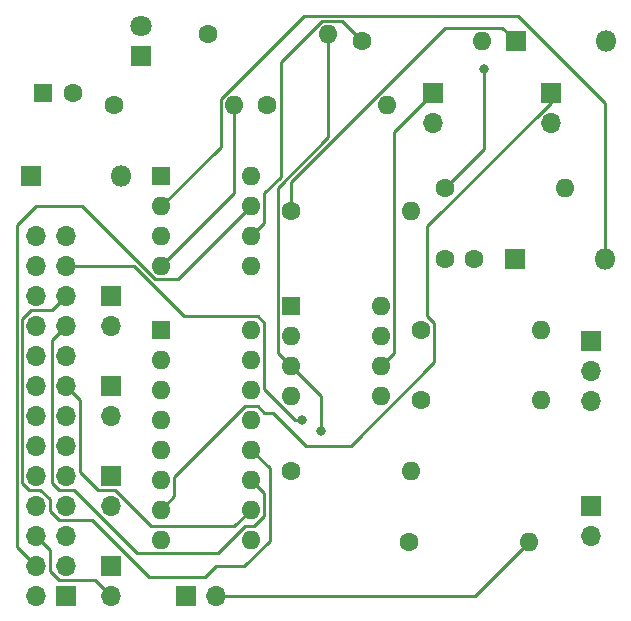
<source format=gbr>
%TF.GenerationSoftware,KiCad,Pcbnew,5.1.10*%
%TF.CreationDate,2021-06-24T22:29:26-07:00*%
%TF.ProjectId,weatherstation,77656174-6865-4727-9374-6174696f6e2e,rev?*%
%TF.SameCoordinates,Original*%
%TF.FileFunction,Copper,L2,Bot*%
%TF.FilePolarity,Positive*%
%FSLAX46Y46*%
G04 Gerber Fmt 4.6, Leading zero omitted, Abs format (unit mm)*
G04 Created by KiCad (PCBNEW 5.1.10) date 2021-06-24 22:29:26*
%MOMM*%
%LPD*%
G01*
G04 APERTURE LIST*
%TA.AperFunction,ComponentPad*%
%ADD10R,1.700000X1.700000*%
%TD*%
%TA.AperFunction,ComponentPad*%
%ADD11O,1.700000X1.700000*%
%TD*%
%TA.AperFunction,ComponentPad*%
%ADD12R,1.600000X1.600000*%
%TD*%
%TA.AperFunction,ComponentPad*%
%ADD13C,1.600000*%
%TD*%
%TA.AperFunction,ComponentPad*%
%ADD14R,1.800000X1.800000*%
%TD*%
%TA.AperFunction,ComponentPad*%
%ADD15O,1.800000X1.800000*%
%TD*%
%TA.AperFunction,ComponentPad*%
%ADD16C,1.800000*%
%TD*%
%TA.AperFunction,ComponentPad*%
%ADD17O,1.600000X1.600000*%
%TD*%
%TA.AperFunction,ViaPad*%
%ADD18C,0.800000*%
%TD*%
%TA.AperFunction,Conductor*%
%ADD19C,0.250000*%
%TD*%
G04 APERTURE END LIST*
D10*
%TO.P,J1,1*%
%TO.N,Net-(J1-Pad1)*%
X121920000Y-115570000D03*
D11*
%TO.P,J1,2*%
%TO.N,+5V*%
X119380000Y-115570000D03*
%TO.P,J1,3*%
%TO.N,Net-(J1-Pad3)*%
X121920000Y-113030000D03*
%TO.P,J1,4*%
%TO.N,+5V*%
X119380000Y-113030000D03*
%TO.P,J1,5*%
%TO.N,Net-(J1-Pad5)*%
X121920000Y-110490000D03*
%TO.P,J1,6*%
%TO.N,GND*%
X119380000Y-110490000D03*
%TO.P,J1,7*%
%TO.N,Net-(J1-Pad7)*%
X121920000Y-107950000D03*
%TO.P,J1,8*%
%TO.N,Net-(J1-Pad8)*%
X119380000Y-107950000D03*
%TO.P,J1,9*%
%TO.N,GND*%
X121920000Y-105410000D03*
%TO.P,J1,10*%
%TO.N,Net-(J1-Pad10)*%
X119380000Y-105410000D03*
%TO.P,J1,11*%
%TO.N,Net-(J1-Pad11)*%
X121920000Y-102870000D03*
%TO.P,J1,12*%
%TO.N,Net-(J1-Pad12)*%
X119380000Y-102870000D03*
%TO.P,J1,13*%
%TO.N,Net-(J1-Pad13)*%
X121920000Y-100330000D03*
%TO.P,J1,14*%
%TO.N,GND*%
X119380000Y-100330000D03*
%TO.P,J1,15*%
%TO.N,/ADC_CS*%
X121920000Y-97790000D03*
%TO.P,J1,16*%
%TO.N,Net-(J1-Pad16)*%
X119380000Y-97790000D03*
%TO.P,J1,17*%
%TO.N,Net-(J1-Pad17)*%
X121920000Y-95250000D03*
%TO.P,J1,18*%
%TO.N,Net-(J1-Pad18)*%
X119380000Y-95250000D03*
%TO.P,J1,19*%
%TO.N,/ADC_Din*%
X121920000Y-92710000D03*
%TO.P,J1,20*%
%TO.N,GND*%
X119380000Y-92710000D03*
%TO.P,J1,21*%
%TO.N,/ADC_Dout*%
X121920000Y-90170000D03*
%TO.P,J1,22*%
%TO.N,Net-(J1-Pad22)*%
X119380000Y-90170000D03*
%TO.P,J1,23*%
%TO.N,/ADC_CLK*%
X121920000Y-87630000D03*
%TO.P,J1,24*%
%TO.N,Net-(J1-Pad24)*%
X119380000Y-87630000D03*
%TO.P,J1,25*%
%TO.N,GND*%
X121920000Y-85090000D03*
%TO.P,J1,26*%
%TO.N,Net-(J1-Pad26)*%
X119380000Y-85090000D03*
%TD*%
D12*
%TO.P,C1,1*%
%TO.N,Net-(C1-Pad1)*%
X120000000Y-73000000D03*
D13*
%TO.P,C1,2*%
%TO.N,Net-(C1-Pad2)*%
X122500000Y-73000000D03*
%TD*%
%TO.P,C2,1*%
%TO.N,Net-(C2-Pad1)*%
X154000000Y-87000000D03*
%TO.P,C2,2*%
%TO.N,GND*%
X156500000Y-87000000D03*
%TD*%
D14*
%TO.P,D1,1*%
%TO.N,Net-(D1-Pad1)*%
X160000000Y-87000000D03*
D15*
%TO.P,D1,2*%
%TO.N,Net-(C1-Pad2)*%
X167620000Y-87000000D03*
%TD*%
D14*
%TO.P,D2,1*%
%TO.N,+5V*%
X160020000Y-68580000D03*
D15*
%TO.P,D2,2*%
%TO.N,Net-(C1-Pad1)*%
X167640000Y-68580000D03*
%TD*%
%TO.P,D3,2*%
%TO.N,Net-(C1-Pad2)*%
X126620000Y-80000000D03*
D14*
%TO.P,D3,1*%
%TO.N,Net-(C1-Pad1)*%
X119000000Y-80000000D03*
%TD*%
%TO.P,D4,1*%
%TO.N,GND*%
X128270000Y-69850000D03*
D16*
%TO.P,D4,2*%
%TO.N,Net-(D4-Pad2)*%
X128270000Y-67310000D03*
%TD*%
D11*
%TO.P,J2,2*%
%TO.N,GND*%
X166370000Y-110490000D03*
D10*
%TO.P,J2,1*%
%TO.N,Net-(D1-Pad1)*%
X166370000Y-107950000D03*
%TD*%
%TO.P,J3,1*%
%TO.N,/CH1*%
X153000000Y-73000000D03*
D11*
%TO.P,J3,2*%
%TO.N,GND*%
X153000000Y-75540000D03*
%TD*%
%TO.P,J4,2*%
%TO.N,GND*%
X125730000Y-92710000D03*
D10*
%TO.P,J4,1*%
%TO.N,/CH2*%
X125730000Y-90170000D03*
%TD*%
%TO.P,J5,1*%
%TO.N,/CH3*%
X125730000Y-97790000D03*
D11*
%TO.P,J5,2*%
%TO.N,GND*%
X125730000Y-100330000D03*
%TD*%
D10*
%TO.P,J6,1*%
%TO.N,/CH4*%
X125730000Y-105410000D03*
D11*
%TO.P,J6,2*%
%TO.N,GND*%
X125730000Y-107950000D03*
%TD*%
%TO.P,J7,2*%
%TO.N,GND*%
X125730000Y-115570000D03*
D10*
%TO.P,J7,1*%
%TO.N,/CH5*%
X125730000Y-113030000D03*
%TD*%
%TO.P,J8,1*%
%TO.N,/CH6*%
X163000000Y-73000000D03*
D11*
%TO.P,J8,2*%
%TO.N,GND*%
X163000000Y-75540000D03*
%TD*%
%TO.P,J9,2*%
%TO.N,GND*%
X134620000Y-115570000D03*
D10*
%TO.P,J9,1*%
%TO.N,/CH7*%
X132080000Y-115570000D03*
%TD*%
%TO.P,J10,1*%
%TO.N,/Dir+*%
X166370000Y-93980000D03*
D11*
%TO.P,J10,2*%
%TO.N,/DirInput*%
X166370000Y-96520000D03*
%TO.P,J10,3*%
%TO.N,/Dir-*%
X166370000Y-99060000D03*
%TD*%
D13*
%TO.P,R1,1*%
%TO.N,Net-(C1-Pad1)*%
X154000000Y-81000000D03*
D17*
%TO.P,R1,2*%
%TO.N,Net-(D1-Pad1)*%
X164160000Y-81000000D03*
%TD*%
%TO.P,R2,2*%
%TO.N,/Dir+*%
X162160000Y-93000000D03*
D13*
%TO.P,R2,1*%
%TO.N,+5V*%
X152000000Y-93000000D03*
%TD*%
D17*
%TO.P,R3,2*%
%TO.N,/DirInput*%
X162160000Y-99000000D03*
D13*
%TO.P,R3,1*%
%TO.N,Net-(C2-Pad1)*%
X152000000Y-99000000D03*
%TD*%
%TO.P,R4,1*%
%TO.N,GND*%
X139000000Y-74000000D03*
D17*
%TO.P,R4,2*%
%TO.N,/Dir-*%
X149160000Y-74000000D03*
%TD*%
D13*
%TO.P,R5,1*%
%TO.N,+5V*%
X141000000Y-83000000D03*
D17*
%TO.P,R5,2*%
%TO.N,Net-(C1-Pad2)*%
X151160000Y-83000000D03*
%TD*%
%TO.P,R6,2*%
%TO.N,GND*%
X136160000Y-74000000D03*
D13*
%TO.P,R6,1*%
%TO.N,Net-(C1-Pad2)*%
X126000000Y-74000000D03*
%TD*%
%TO.P,R7,1*%
%TO.N,Net-(C2-Pad1)*%
X151000000Y-111000000D03*
D17*
%TO.P,R7,2*%
%TO.N,GND*%
X161160000Y-111000000D03*
%TD*%
%TO.P,R8,2*%
%TO.N,Net-(C2-Pad1)*%
X151160000Y-105000000D03*
D13*
%TO.P,R8,1*%
%TO.N,Net-(R8-Pad1)*%
X141000000Y-105000000D03*
%TD*%
%TO.P,R9,1*%
%TO.N,/CH1*%
X134000000Y-68000000D03*
D17*
%TO.P,R9,2*%
%TO.N,Net-(R8-Pad1)*%
X144160000Y-68000000D03*
%TD*%
%TO.P,R10,2*%
%TO.N,Net-(D4-Pad2)*%
X157160000Y-68580000D03*
D13*
%TO.P,R10,1*%
%TO.N,/CH0*%
X147000000Y-68580000D03*
%TD*%
D12*
%TO.P,U1,1*%
%TO.N,Net-(U1-Pad1)*%
X130000000Y-80000000D03*
D17*
%TO.P,U1,5*%
%TO.N,Net-(U1-Pad5)*%
X137620000Y-87620000D03*
%TO.P,U1,2*%
%TO.N,Net-(C1-Pad2)*%
X130000000Y-82540000D03*
%TO.P,U1,6*%
%TO.N,/CH0*%
X137620000Y-85080000D03*
%TO.P,U1,3*%
%TO.N,Net-(C1-Pad1)*%
X130000000Y-85080000D03*
%TO.P,U1,7*%
%TO.N,+5V*%
X137620000Y-82540000D03*
%TO.P,U1,4*%
%TO.N,GND*%
X130000000Y-87620000D03*
%TO.P,U1,8*%
%TO.N,Net-(U1-Pad8)*%
X137620000Y-80000000D03*
%TD*%
%TO.P,U2,8*%
%TO.N,Net-(U2-Pad8)*%
X148620000Y-91000000D03*
%TO.P,U2,4*%
%TO.N,GND*%
X141000000Y-98620000D03*
%TO.P,U2,7*%
%TO.N,+5V*%
X148620000Y-93540000D03*
%TO.P,U2,3*%
%TO.N,Net-(R8-Pad1)*%
X141000000Y-96080000D03*
%TO.P,U2,6*%
%TO.N,/CH1*%
X148620000Y-96080000D03*
%TO.P,U2,2*%
%TO.N,GND*%
X141000000Y-93540000D03*
%TO.P,U2,5*%
%TO.N,Net-(U2-Pad5)*%
X148620000Y-98620000D03*
D12*
%TO.P,U2,1*%
%TO.N,Net-(U2-Pad1)*%
X141000000Y-91000000D03*
%TD*%
%TO.P,U3,1*%
%TO.N,/CH0*%
X130000000Y-93000000D03*
D17*
%TO.P,U3,9*%
%TO.N,GND*%
X137620000Y-110780000D03*
%TO.P,U3,2*%
%TO.N,/CH1*%
X130000000Y-95540000D03*
%TO.P,U3,10*%
%TO.N,/ADC_CS*%
X137620000Y-108240000D03*
%TO.P,U3,3*%
%TO.N,/CH2*%
X130000000Y-98080000D03*
%TO.P,U3,11*%
%TO.N,/ADC_Din*%
X137620000Y-105700000D03*
%TO.P,U3,4*%
%TO.N,/CH3*%
X130000000Y-100620000D03*
%TO.P,U3,12*%
%TO.N,/ADC_Dout*%
X137620000Y-103160000D03*
%TO.P,U3,5*%
%TO.N,/CH4*%
X130000000Y-103160000D03*
%TO.P,U3,13*%
%TO.N,/ADC_CLK*%
X137620000Y-100620000D03*
%TO.P,U3,6*%
%TO.N,/CH5*%
X130000000Y-105700000D03*
%TO.P,U3,14*%
%TO.N,GND*%
X137620000Y-98080000D03*
%TO.P,U3,7*%
%TO.N,/CH6*%
X130000000Y-108240000D03*
%TO.P,U3,15*%
%TO.N,+5V*%
X137620000Y-95540000D03*
%TO.P,U3,8*%
%TO.N,/CH7*%
X130000000Y-110780000D03*
%TO.P,U3,16*%
%TO.N,+5V*%
X137620000Y-93000000D03*
%TD*%
D18*
%TO.N,Net-(C1-Pad1)*%
X157322501Y-70962501D03*
%TO.N,/ADC_CLK*%
X141950000Y-100620000D03*
%TO.N,Net-(R8-Pad1)*%
X143510000Y-101600000D03*
%TD*%
D19*
%TO.N,Net-(C1-Pad1)*%
X157322501Y-77677499D02*
X157322501Y-70962501D01*
X154000000Y-81000000D02*
X157322501Y-77677499D01*
%TO.N,Net-(C1-Pad2)*%
X167620000Y-73794998D02*
X167620000Y-87000000D01*
X160249992Y-66424990D02*
X167620000Y-73794998D01*
X142070008Y-66424990D02*
X160249992Y-66424990D01*
X135034999Y-73459999D02*
X142070008Y-66424990D01*
X135034999Y-77505001D02*
X135034999Y-73459999D01*
X130000000Y-82540000D02*
X135034999Y-77505001D01*
%TO.N,GND*%
X136160000Y-81460000D02*
X130000000Y-87620000D01*
X136160000Y-74000000D02*
X136160000Y-81460000D01*
X156590000Y-115570000D02*
X161160000Y-111000000D01*
X134620000Y-115570000D02*
X156590000Y-115570000D01*
X120555001Y-111665001D02*
X119380000Y-110490000D01*
X120555001Y-113404003D02*
X120555001Y-111665001D01*
X121355999Y-114205001D02*
X120555001Y-113404003D01*
X124365001Y-114205001D02*
X121355999Y-114205001D01*
X125730000Y-115570000D02*
X124365001Y-114205001D01*
%TO.N,+5V*%
X141000000Y-80494998D02*
X141000000Y-83000000D01*
X154039999Y-67454999D02*
X141000000Y-80494998D01*
X158894999Y-67454999D02*
X154039999Y-67454999D01*
X160020000Y-68580000D02*
X158894999Y-67454999D01*
X131414999Y-88745001D02*
X137620000Y-82540000D01*
X129459999Y-88745001D02*
X131414999Y-88745001D01*
X123264998Y-82550000D02*
X129459999Y-88745001D01*
X119380000Y-82550000D02*
X123264998Y-82550000D01*
X119380000Y-113030000D02*
X117754989Y-111404989D01*
X117754989Y-111404989D02*
X117754989Y-84175011D01*
X117754989Y-84175011D02*
X119380000Y-82550000D01*
%TO.N,/ADC_CS*%
X129174001Y-109654999D02*
X126104003Y-106585001D01*
X136205001Y-109654999D02*
X129174001Y-109654999D01*
X137620000Y-108240000D02*
X136205001Y-109654999D01*
X123095001Y-98965001D02*
X121920000Y-97790000D01*
X124619999Y-106585001D02*
X123095001Y-105060003D01*
X123095001Y-105060003D02*
X123095001Y-98965001D01*
X126104003Y-106585001D02*
X124619999Y-106585001D01*
%TO.N,/ADC_Din*%
X120744999Y-93885001D02*
X121920000Y-92710000D01*
X122625999Y-106585001D02*
X121355999Y-106585001D01*
X120744999Y-105974001D02*
X120744999Y-93885001D01*
X127945999Y-111905001D02*
X122625999Y-106585001D01*
X121355999Y-106585001D02*
X120744999Y-105974001D01*
X134829997Y-111905001D02*
X127945999Y-111905001D01*
X137079999Y-109654999D02*
X134829997Y-111905001D01*
X138745001Y-108780001D02*
X137870003Y-109654999D01*
X138745001Y-106825001D02*
X138745001Y-108780001D01*
X137870003Y-109654999D02*
X137079999Y-109654999D01*
X137620000Y-105700000D02*
X138745001Y-106825001D01*
%TO.N,/ADC_Dout*%
X120744999Y-91345001D02*
X121920000Y-90170000D01*
X118204999Y-105974001D02*
X118204999Y-92145999D01*
X137620000Y-103160000D02*
X139195010Y-104735010D01*
X124110003Y-109125001D02*
X121355999Y-109125001D01*
X118204999Y-92145999D02*
X119005997Y-91345001D01*
X139195010Y-104735010D02*
X139195010Y-110869992D01*
X121355999Y-109125001D02*
X120555001Y-108324003D01*
X137035002Y-113030000D02*
X134620000Y-113030000D01*
X139195010Y-110869992D02*
X137035002Y-113030000D01*
X133705011Y-113944989D02*
X128929991Y-113944989D01*
X118815999Y-106585001D02*
X118204999Y-105974001D01*
X119754003Y-106585001D02*
X118815999Y-106585001D01*
X128929991Y-113944989D02*
X124110003Y-109125001D01*
X134620000Y-113030000D02*
X133705011Y-113944989D01*
X120555001Y-108324003D02*
X120555001Y-107385999D01*
X119005997Y-91345001D02*
X120744999Y-91345001D01*
X120555001Y-107385999D02*
X119754003Y-106585001D01*
%TO.N,/ADC_CLK*%
X141334998Y-100620000D02*
X141950000Y-100620000D01*
X138745001Y-98030003D02*
X141334998Y-100620000D01*
X138745001Y-92459999D02*
X138745001Y-98030003D01*
X138160001Y-91874999D02*
X138745001Y-92459999D01*
X131953587Y-91874999D02*
X138160001Y-91874999D01*
X127708588Y-87630000D02*
X131953587Y-91874999D01*
X121920000Y-87630000D02*
X127708588Y-87630000D01*
%TO.N,/CH1*%
X149745001Y-76254999D02*
X153000000Y-73000000D01*
X149745001Y-94954999D02*
X149745001Y-76254999D01*
X148620000Y-96080000D02*
X149745001Y-94954999D01*
%TO.N,/CH6*%
X163000000Y-73800998D02*
X163000000Y-73000000D01*
X146035002Y-102870000D02*
X153125001Y-95780001D01*
X153125001Y-92459999D02*
X152540001Y-91874999D01*
X131125001Y-107114999D02*
X131125001Y-105449997D01*
X130000000Y-108240000D02*
X131125001Y-107114999D01*
X131125001Y-105449997D02*
X137079999Y-99494999D01*
X142240000Y-102870000D02*
X146035002Y-102870000D01*
X153125001Y-95780001D02*
X153125001Y-92459999D01*
X138745001Y-100079999D02*
X139449999Y-100079999D01*
X137079999Y-99494999D02*
X138160001Y-99494999D01*
X139449999Y-100079999D02*
X142240000Y-102870000D01*
X138160001Y-99494999D02*
X138745001Y-100079999D01*
X152540001Y-84260997D02*
X163000000Y-73800998D01*
X152540001Y-91874999D02*
X152540001Y-84260997D01*
%TO.N,Net-(R8-Pad1)*%
X139874999Y-94954999D02*
X141000000Y-96080000D01*
X139874999Y-80983589D02*
X139874999Y-94954999D01*
X144160000Y-76698588D02*
X139874999Y-80983589D01*
X144160000Y-68000000D02*
X144160000Y-76698588D01*
X143510000Y-98590000D02*
X143510000Y-101600000D01*
X141000000Y-96080000D02*
X143510000Y-98590000D01*
%TO.N,/CH0*%
X138745001Y-81477177D02*
X138745001Y-83954999D01*
X138745001Y-83954999D02*
X137620000Y-85080000D01*
X140125001Y-80097177D02*
X138745001Y-81477177D01*
X140125001Y-70369997D02*
X140125001Y-80097177D01*
X143619999Y-66874999D02*
X140125001Y-70369997D01*
X145294999Y-66874999D02*
X143619999Y-66874999D01*
X147000000Y-68580000D02*
X145294999Y-66874999D01*
%TD*%
M02*

</source>
